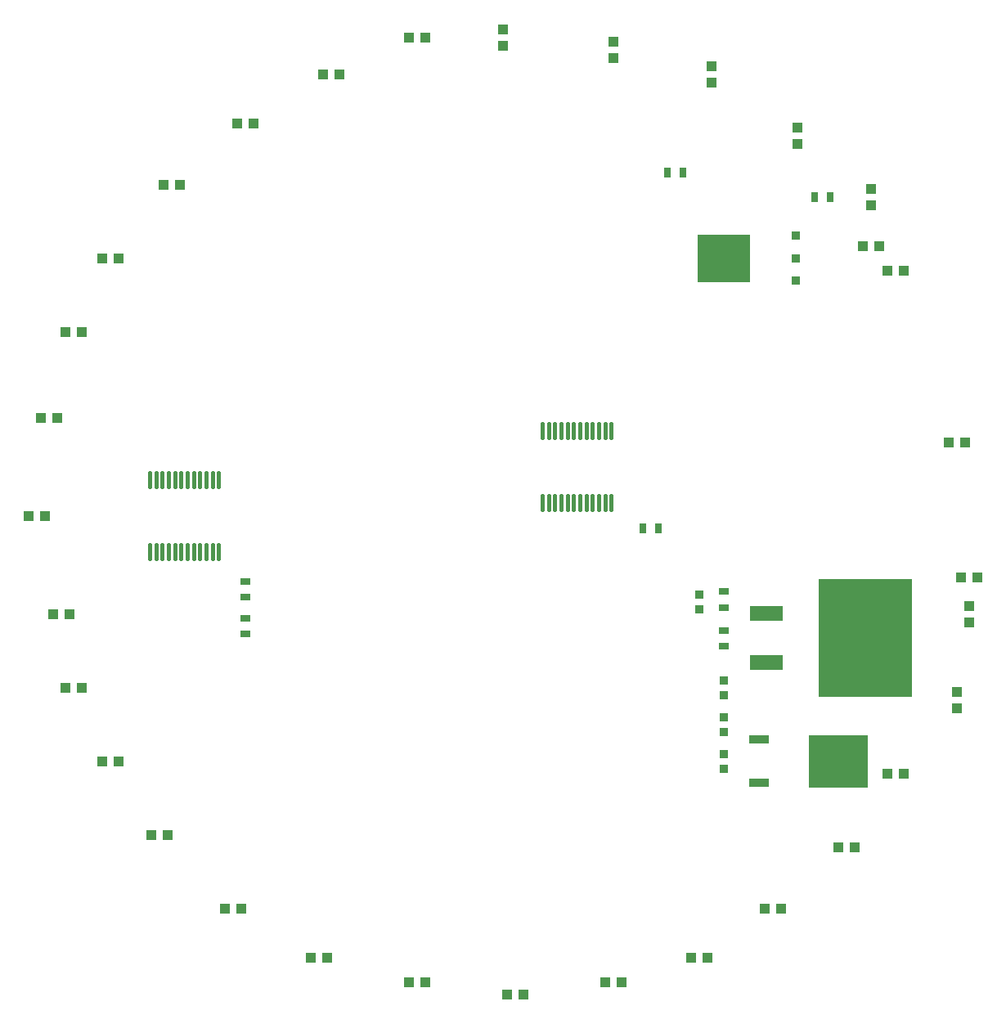
<source format=gbr>
G04 EAGLE Gerber RS-274X export*
G75*
%MOMM*%
%FSLAX34Y34*%
%LPD*%
%INSolderpaste Top*%
%IPPOS*%
%AMOC8*
5,1,8,0,0,1.08239X$1,22.5*%
G01*
G04 Define Apertures*
%ADD10R,0.970200X0.920900*%
%ADD11R,1.000000X1.100000*%
%ADD12R,1.100000X1.000000*%
%ADD13R,0.798700X0.973900*%
%ADD14C,0.450000*%
%ADD15R,1.990600X0.939000*%
%ADD16R,6.121400X5.511800*%
%ADD17R,0.973900X0.798700*%
%ADD18R,0.908000X0.909000*%
%ADD19R,5.505400X4.923800*%
%ADD20R,3.500000X1.600000*%
%ADD21R,9.750000X12.200000*%
D10*
X215900Y-208154D03*
X215900Y-223646D03*
X215900Y-261746D03*
X215900Y-246254D03*
D11*
X-503800Y0D03*
X-486800Y0D03*
X-110100Y-482600D03*
X-93100Y-482600D03*
X-211700Y-457200D03*
X-194700Y-457200D03*
X-300600Y-406400D03*
X-283600Y-406400D03*
X-376800Y-330200D03*
X-359800Y-330200D03*
X-427600Y-254000D03*
X-410600Y-254000D03*
X-465700Y-177800D03*
X-448700Y-177800D03*
X-478400Y-101600D03*
X-461400Y-101600D03*
X478400Y-63500D03*
X461400Y-63500D03*
D12*
X469900Y-93100D03*
X469900Y-110100D03*
X457200Y-182000D03*
X457200Y-199000D03*
D11*
X-491100Y101600D03*
X-474100Y101600D03*
X402200Y-266700D03*
X385200Y-266700D03*
X351400Y-342900D03*
X334400Y-342900D03*
X275200Y-406400D03*
X258200Y-406400D03*
X199000Y-457200D03*
X182000Y-457200D03*
X110100Y-482600D03*
X93100Y-482600D03*
D12*
X-12700Y503800D03*
X-12700Y486800D03*
X101600Y491100D03*
X101600Y474100D03*
X203200Y465700D03*
X203200Y448700D03*
X292100Y402200D03*
X292100Y385200D03*
X368300Y338700D03*
X368300Y321700D03*
D11*
X-465700Y190500D03*
X-448700Y190500D03*
X376800Y279400D03*
X359800Y279400D03*
X402200Y254000D03*
X385200Y254000D03*
X465700Y76200D03*
X448700Y76200D03*
D13*
X173252Y355600D03*
X156948Y355600D03*
X309348Y330200D03*
X325652Y330200D03*
D11*
X-427600Y266700D03*
X-410600Y266700D03*
X-364100Y342900D03*
X-347100Y342900D03*
X-287900Y406400D03*
X-270900Y406400D03*
X-199000Y457200D03*
X-182000Y457200D03*
X-110100Y495300D03*
X-93100Y495300D03*
X-8500Y-495300D03*
X8500Y-495300D03*
D14*
X99250Y81050D02*
X99250Y95050D01*
X92750Y95050D02*
X92750Y81050D01*
X86250Y81050D02*
X86250Y95050D01*
X79750Y95050D02*
X79750Y81050D01*
X73250Y81050D02*
X73250Y95050D01*
X66750Y95050D02*
X66750Y81050D01*
X60250Y81050D02*
X60250Y95050D01*
X53750Y95050D02*
X53750Y81050D01*
X47250Y81050D02*
X47250Y95050D01*
X40750Y95050D02*
X40750Y81050D01*
X34250Y81050D02*
X34250Y95050D01*
X27750Y95050D02*
X27750Y81050D01*
X27750Y20550D02*
X27750Y6550D01*
X34250Y6550D02*
X34250Y20550D01*
X40750Y20550D02*
X40750Y6550D01*
X47250Y6550D02*
X47250Y20550D01*
X53750Y20550D02*
X53750Y6550D01*
X60250Y6550D02*
X60250Y20550D01*
X66750Y20550D02*
X66750Y6550D01*
X73250Y6550D02*
X73250Y20550D01*
X79750Y20550D02*
X79750Y6550D01*
X86250Y6550D02*
X86250Y20550D01*
X92750Y20550D02*
X92750Y6550D01*
X99250Y6550D02*
X99250Y20550D01*
X-378650Y-30250D02*
X-378650Y-44250D01*
X-372150Y-44250D02*
X-372150Y-30250D01*
X-365650Y-30250D02*
X-365650Y-44250D01*
X-359150Y-44250D02*
X-359150Y-30250D01*
X-352650Y-30250D02*
X-352650Y-44250D01*
X-346150Y-44250D02*
X-346150Y-30250D01*
X-339650Y-30250D02*
X-339650Y-44250D01*
X-333150Y-44250D02*
X-333150Y-30250D01*
X-326650Y-30250D02*
X-326650Y-44250D01*
X-320150Y-44250D02*
X-320150Y-30250D01*
X-313650Y-30250D02*
X-313650Y-44250D01*
X-307150Y-44250D02*
X-307150Y-30250D01*
X-307150Y30250D02*
X-307150Y44250D01*
X-313650Y44250D02*
X-313650Y30250D01*
X-320150Y30250D02*
X-320150Y44250D01*
X-326650Y44250D02*
X-326650Y30250D01*
X-333150Y30250D02*
X-333150Y44250D01*
X-339650Y44250D02*
X-339650Y30250D01*
X-346150Y30250D02*
X-346150Y44250D01*
X-352650Y44250D02*
X-352650Y30250D01*
X-359150Y30250D02*
X-359150Y44250D01*
X-365650Y44250D02*
X-365650Y30250D01*
X-372150Y30250D02*
X-372150Y44250D01*
X-378650Y44250D02*
X-378650Y30250D01*
D15*
X251849Y-231500D03*
X251849Y-276500D03*
D16*
X333883Y-254000D03*
D13*
X131548Y-12700D03*
X147852Y-12700D03*
D17*
X-279400Y-84352D03*
X-279400Y-68048D03*
X-279400Y-122452D03*
X-279400Y-106148D03*
X215900Y-118848D03*
X215900Y-135152D03*
X215900Y-78513D03*
X215900Y-94817D03*
D18*
X290203Y243586D03*
X290203Y266700D03*
X290203Y289814D03*
D19*
X215384Y266700D03*
D10*
X190500Y-81154D03*
X190500Y-96646D03*
X215900Y-170054D03*
X215900Y-185546D03*
D20*
X259770Y-101400D03*
X259770Y-152200D03*
D21*
X362520Y-126800D03*
M02*

</source>
